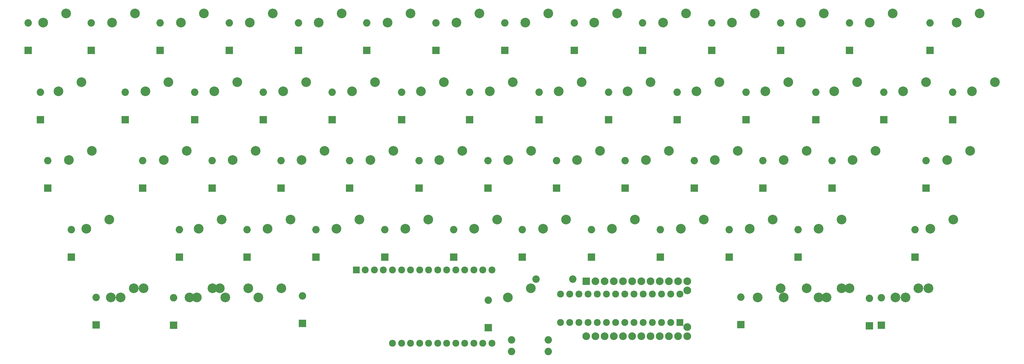
<source format=gts>
G04 #@! TF.FileFunction,Soldermask,Top*
%FSLAX46Y46*%
G04 Gerber Fmt 4.6, Leading zero omitted, Abs format (unit mm)*
G04 Created by KiCad (PCBNEW (2015-10-16 BZR 6271)-product) date Sunday, March 05, 2017 'AMt' 10:42:39 AM*
%MOMM*%
G01*
G04 APERTURE LIST*
%ADD10C,0.100000*%
%ADD11R,2.152600X2.152600*%
%ADD12C,2.152600*%
%ADD13R,1.924000X1.924000*%
%ADD14C,1.924000*%
%ADD15C,2.686000*%
%ADD16C,2.051000*%
%ADD17R,2.051000X2.051000*%
G04 APERTURE END LIST*
D10*
D11*
X146405000Y-69180000D03*
D12*
X148945000Y-69180000D03*
X151485000Y-69180000D03*
X154025000Y-69180000D03*
X156565000Y-69180000D03*
X159105000Y-69180000D03*
X161645000Y-69180000D03*
X164185000Y-69180000D03*
X166725000Y-69180000D03*
X169265000Y-69180000D03*
X171805000Y-69180000D03*
X174345000Y-69180000D03*
X174345000Y-71720000D03*
X174345000Y-81880000D03*
X174345000Y-84420000D03*
X171805000Y-84420000D03*
X169265000Y-84420000D03*
X166725000Y-84420000D03*
X164185000Y-84420000D03*
X161645000Y-84420000D03*
X159105000Y-84420000D03*
X156565000Y-84420000D03*
X154025000Y-84420000D03*
X151485000Y-84420000D03*
X148945000Y-84420000D03*
X146405000Y-84420000D03*
D13*
X172300000Y-80624000D03*
D14*
X169760000Y-80624000D03*
X167220000Y-80624000D03*
X164680000Y-80624000D03*
X162140000Y-80624000D03*
X159600000Y-80624000D03*
X157060000Y-80624000D03*
X154520000Y-80624000D03*
X151980000Y-80624000D03*
X149440000Y-80624000D03*
X146900000Y-80624000D03*
X144360000Y-80624000D03*
X141820000Y-80624000D03*
X139280000Y-80624000D03*
X139280000Y-72750000D03*
X141820000Y-72750000D03*
X144360000Y-72750000D03*
X146900000Y-72750000D03*
X149440000Y-72750000D03*
X151980000Y-72750000D03*
X154520000Y-72750000D03*
X157060000Y-72750000D03*
X159600000Y-72750000D03*
X162140000Y-72750000D03*
X164680000Y-72750000D03*
X167220000Y-72750000D03*
X169760000Y-72750000D03*
X172300000Y-72750000D03*
D15*
X35877500Y-33020000D03*
X29527500Y-35560000D03*
X121740000Y-52095000D03*
X115390000Y-54635000D03*
X255190000Y5080000D03*
X248840000Y2540000D03*
X83640000Y-52095000D03*
X77290000Y-54635000D03*
X9683750Y-33020000D03*
X3333750Y-35560000D03*
X178890000Y-52095000D03*
X172540000Y-54635000D03*
D16*
X10825000Y-73690000D03*
D17*
X10825000Y-81310000D03*
D16*
X32275000Y-73790000D03*
D17*
X32275000Y-81410000D03*
D16*
X-7975000Y2410000D03*
D17*
X-7975000Y-5210000D03*
D16*
X-4575000Y-16740000D03*
D17*
X-4575000Y-24360000D03*
D16*
X-2525000Y-35765000D03*
D17*
X-2525000Y-43385000D03*
D16*
X3950000Y-54890000D03*
D17*
X3950000Y-62510000D03*
D16*
X9500000Y2410000D03*
D17*
X9500000Y-5210000D03*
D16*
X18875000Y-16740000D03*
D17*
X18875000Y-24360000D03*
D16*
X23700000Y-35765000D03*
D17*
X23700000Y-43385000D03*
D16*
X33900000Y-54890000D03*
D17*
X33900000Y-62510000D03*
D16*
X28525000Y2410000D03*
D17*
X28525000Y-5210000D03*
D16*
X38075000Y-16740000D03*
D17*
X38075000Y-24360000D03*
D16*
X42900000Y-35765000D03*
D17*
X42900000Y-43385000D03*
D16*
X52550000Y-54890000D03*
D17*
X52550000Y-62510000D03*
D16*
X67925000Y-73265000D03*
D17*
X67925000Y-80885000D03*
D15*
X73977500Y-33020000D03*
X67627500Y-35560000D03*
D16*
X47650000Y2410000D03*
D17*
X47650000Y-5210000D03*
D16*
X57100000Y-16740000D03*
D17*
X57100000Y-24360000D03*
D16*
X62000000Y-35765000D03*
D17*
X62000000Y-43385000D03*
D16*
X71600000Y-54890000D03*
D17*
X71600000Y-62510000D03*
D16*
X66775000Y2410000D03*
D17*
X66775000Y-5210000D03*
D16*
X76125000Y-16740000D03*
D17*
X76125000Y-24360000D03*
D16*
X80950000Y-35765000D03*
D17*
X80950000Y-43385000D03*
D16*
X90650000Y-54890000D03*
D17*
X90650000Y-62510000D03*
D16*
X85700000Y2410000D03*
D17*
X85700000Y-5210000D03*
D16*
X95325000Y-16740000D03*
D17*
X95325000Y-24360000D03*
D16*
X100150000Y-35765000D03*
D17*
X100150000Y-43385000D03*
D16*
X109700000Y-54890000D03*
D17*
X109700000Y-62510000D03*
D16*
X119300000Y-74415000D03*
D17*
X119300000Y-82035000D03*
D16*
X104825000Y2410000D03*
D17*
X104825000Y-5210000D03*
D16*
X114100000Y-16740000D03*
D17*
X114100000Y-24360000D03*
D16*
X119175000Y-35765000D03*
D17*
X119175000Y-43385000D03*
D16*
X128700000Y-54890000D03*
D17*
X128700000Y-62510000D03*
D16*
X123850000Y2410000D03*
D17*
X123850000Y-5210000D03*
D16*
X133375000Y-16740000D03*
D17*
X133375000Y-24360000D03*
D16*
X138200000Y-35765000D03*
D17*
X138200000Y-43385000D03*
D16*
X147800000Y-54890000D03*
D17*
X147800000Y-62510000D03*
D16*
X143050000Y2410000D03*
D17*
X143050000Y-5210000D03*
D16*
X152600000Y-16740000D03*
D17*
X152600000Y-24360000D03*
D16*
X157125000Y-35765000D03*
D17*
X157125000Y-43385000D03*
D16*
X166875000Y-54890000D03*
D17*
X166875000Y-62510000D03*
D16*
X161975000Y2410000D03*
D17*
X161975000Y-5210000D03*
D16*
X171525000Y-16740000D03*
D17*
X171525000Y-24360000D03*
D16*
X176250000Y-35765000D03*
D17*
X176250000Y-43385000D03*
D16*
X185900000Y-54890000D03*
D17*
X185900000Y-62510000D03*
D16*
X189175000Y-73615000D03*
D17*
X189175000Y-81235000D03*
D16*
X181100000Y2410000D03*
D17*
X181100000Y-5210000D03*
D16*
X190550000Y-16740000D03*
D17*
X190550000Y-24360000D03*
D16*
X195275000Y-35765000D03*
D17*
X195275000Y-43385000D03*
D16*
X204950000Y-54890000D03*
D17*
X204950000Y-62510000D03*
D16*
X200125000Y2410000D03*
D17*
X200125000Y-5210000D03*
D16*
X209850000Y-16740000D03*
D17*
X209850000Y-24360000D03*
D16*
X214375000Y-35765000D03*
D17*
X214375000Y-43385000D03*
D16*
X237325000Y-54890000D03*
D17*
X237325000Y-62510000D03*
D16*
X224750000Y-73890000D03*
D17*
X224750000Y-81510000D03*
D16*
X219175000Y2410000D03*
D17*
X219175000Y-5210000D03*
D16*
X228675000Y-16740000D03*
D17*
X228675000Y-24360000D03*
D16*
X240350000Y-35765000D03*
D17*
X240350000Y-43385000D03*
D16*
X241450000Y2410000D03*
D17*
X241450000Y-5210000D03*
D16*
X247775000Y-16765000D03*
D17*
X247775000Y-24385000D03*
D16*
X228025000Y-73790000D03*
D17*
X228025000Y-81410000D03*
D15*
X212090000Y5080000D03*
X205740000Y2540000D03*
X68897600Y-13970000D03*
X62547600Y-16510000D03*
X252571250Y-33020000D03*
X246221250Y-35560000D03*
X231140000Y5080000D03*
X224790000Y2540000D03*
X2540000Y5080000D03*
X-3810000Y2540000D03*
X93027500Y-33020000D03*
X86677500Y-35560000D03*
X259397600Y-13970000D03*
X253047600Y-16510000D03*
X216990000Y-52095000D03*
X210640000Y-54635000D03*
X112077500Y-33020000D03*
X105727500Y-35560000D03*
X131127500Y-33020000D03*
X124777500Y-35560000D03*
X164147600Y-13970000D03*
X157797600Y-16510000D03*
X150177500Y-33020000D03*
X143827500Y-35560000D03*
X169227500Y-33020000D03*
X162877500Y-35560000D03*
X188277500Y-33020000D03*
X181927500Y-35560000D03*
X221297600Y-13970000D03*
X214947600Y-16510000D03*
X43021200Y-71120000D03*
X36671200Y-73660000D03*
X21240000Y-71120000D03*
X14890000Y-73660000D03*
X62071200Y-71120000D03*
X55721200Y-73660000D03*
X52915000Y-71120000D03*
X46565000Y-73660000D03*
X45040000Y-71120000D03*
X38690000Y-73660000D03*
X23971200Y-71120000D03*
X17621200Y-73660000D03*
X14440000Y-52095000D03*
X8090000Y-54635000D03*
X159840000Y-52095000D03*
X153490000Y-54635000D03*
X140790000Y-52095000D03*
X134440000Y-54635000D03*
X193040000Y5080000D03*
X186690000Y2540000D03*
X21590000Y5080000D03*
X15240000Y2540000D03*
X40640000Y5080000D03*
X34290000Y2540000D03*
X59690000Y5080000D03*
X53340000Y2540000D03*
X78740000Y5080000D03*
X72390000Y2540000D03*
X97790000Y5080000D03*
X91440000Y2540000D03*
X116840000Y5080000D03*
X110490000Y2540000D03*
X135890000Y5080000D03*
X129540000Y2540000D03*
X154940000Y5080000D03*
X148590000Y2540000D03*
X173990000Y5080000D03*
X167640000Y2540000D03*
X183197600Y-13970000D03*
X176847600Y-16510000D03*
X202247600Y-13970000D03*
X195897600Y-16510000D03*
X197940000Y-52095000D03*
X191590000Y-54635000D03*
X30797600Y-13970000D03*
X24447600Y-16510000D03*
X226377500Y-33020000D03*
X220027500Y-35560000D03*
X87947600Y-13970000D03*
X81597600Y-16510000D03*
X240347600Y-13970000D03*
X233997600Y-16510000D03*
X219233700Y-71120000D03*
X212883700Y-73660000D03*
X241060000Y-71120000D03*
X234710000Y-73660000D03*
X200140000Y-71120000D03*
X193790000Y-73660000D03*
X207327500Y-71120000D03*
X200977500Y-73660000D03*
X217010000Y-71120000D03*
X210660000Y-73660000D03*
X238283700Y-71120000D03*
X231933700Y-73660000D03*
X247940000Y-52095000D03*
X241590000Y-54635000D03*
X54927500Y-33020000D03*
X48577500Y-35560000D03*
X207327500Y-33020000D03*
X200977500Y-35560000D03*
X131040000Y-71120000D03*
X124690000Y-73660000D03*
X106997600Y-13970000D03*
X100647600Y-16510000D03*
X6797600Y-13970000D03*
X447600Y-16510000D03*
X145097600Y-13970000D03*
X138747600Y-16510000D03*
X102690000Y-52095000D03*
X96340000Y-54635000D03*
X49847600Y-13970000D03*
X43497600Y-16510000D03*
X64590000Y-52095000D03*
X58240000Y-54635000D03*
X126047600Y-13970000D03*
X119697600Y-16510000D03*
X45540000Y-52095000D03*
X39190000Y-54635000D03*
D14*
X92800000Y-86400000D03*
X95300000Y-86400000D03*
X97800000Y-86400000D03*
X100300000Y-86400000D03*
X102800000Y-86400000D03*
X105300000Y-86400000D03*
X107800000Y-86400000D03*
X110300000Y-86400000D03*
X112800000Y-86400000D03*
X115300000Y-86400000D03*
X117800000Y-86400000D03*
X120300000Y-86400000D03*
X120300000Y-66080000D03*
X117800000Y-66080000D03*
X115300000Y-66080000D03*
X112800000Y-66080000D03*
X110300000Y-66080000D03*
X107800000Y-66080000D03*
X105300000Y-66080000D03*
X102800000Y-66080000D03*
X100300000Y-66080000D03*
X97800000Y-66080000D03*
X95300000Y-66080000D03*
X92800000Y-66080000D03*
X90300000Y-66080000D03*
X87800000Y-66080000D03*
X85300000Y-66080000D03*
D13*
X82800000Y-66080000D03*
D16*
X135880000Y-85450000D03*
X125720000Y-85450000D03*
X135880000Y-88700000D03*
X125720000Y-88700000D03*
X132545000Y-68625000D03*
X142705000Y-68625000D03*
M02*

</source>
